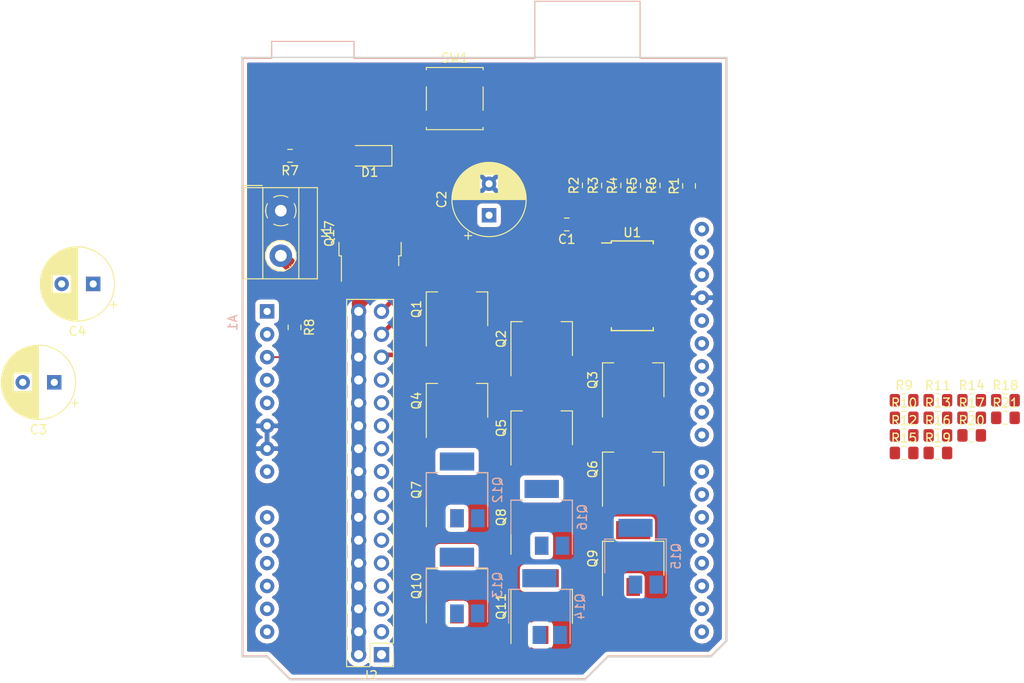
<source format=kicad_pcb>
(kicad_pcb (version 20171130) (host pcbnew 5.0.2-bee76a0~70~ubuntu18.04.1)
  (layers (0 F.Cu signal) (31 B.Cu signal) (34 B.Paste user) (35 F.Paste user) (36 B.SilkS user) (37 F.SilkS user) (38 B.Mask user) (39 F.Mask user) (44 Edge.Cuts user))
  (net 0 "")
  (net 1 /SCL)
  (net 2 /SDA)
  (net 3 "Net-(A1-Pad1)")
  (net 4 "Net-(A1-Pad17)")
  (net 5 "Net-(A1-Pad2)")
  (net 6 "Net-(A1-Pad18)")
  (net 7 "Net-(A1-Pad3)")
  (net 8 "Net-(A1-Pad19)")
  (net 9 "Net-(A1-Pad4)")
  (net 10 "Net-(A1-Pad20)")
  (net 11 "Net-(A1-Pad21)")
  (net 12 "Net-(A1-Pad22)")
  (net 13 "Net-(A1-Pad23)")
  (net 14 "Net-(A1-Pad8)")
  (net 15 "Net-(A1-Pad24)")
  (net 16 "Net-(A1-Pad9)")
  (net 17 "Net-(A1-Pad25)")
  (net 18 "Net-(A1-Pad10)")
  (net 19 "Net-(A1-Pad26)")
  (net 20 "Net-(A1-Pad11)")
  (net 21 "Net-(A1-Pad27)")
  (net 22 "Net-(A1-Pad28)")
  (net 23 "Net-(A1-Pad13)")
  (net 24 "Net-(A1-Pad14)")
  (net 25 "Net-(A1-Pad30)")
  (net 26 "Net-(A1-Pad15)")
  (net 27 "Net-(A1-Pad16)")
  (net 28 /~OE)
  (net 29 GND)
  (net 30 VCC)
  (net 31 "Net-(R1-Pad1)")
  (net 32 "Net-(U1-Pad25)")
  (net 33 PWR_CH15)
  (net 34 PWR_CH14)
  (net 35 PWR_CH13)
  (net 36 PWR_CH12)
  (net 37 PWR_CH11)
  (net 38 PWR_CH10)
  (net 39 PWR_CH9)
  (net 40 PWR_CH8)
  (net 41 PWR_CH7)
  (net 42 PWR_CH6)
  (net 43 PWR_CH5)
  (net 44 PWR_CH4)
  (net 45 PWR_CH0)
  (net 46 PWR_CH1)
  (net 47 PWR_CH2)
  (net 48 PWR_CH3)
  (net 49 28V)
  (net 50 "Net-(D1-Pad2)")
  (net 51 /input_hicurrent)
  (net 52 /PWM15)
  (net 53 /PWM14)
  (net 54 /PWM13)
  (net 55 /PWM12)
  (net 56 /PWM11)
  (net 57 /PWM10)
  (net 58 /PWM9)
  (net 59 /PWM8)
  (net 60 /PWM7)
  (net 61 /PWM6)
  (net 62 /PWM5)
  (net 63 /PWM4)
  (net 64 /PWM0)
  (net 65 /PWM1)
  (net 66 /PWM2)
  (net 67 /PWM3)
  (module Module:Arduino_UNO_R3 (layer B.Cu) (at 77.978 101.346 270)
    (fp_text reference A1 (at 1.27 3.81 90) (layer B.SilkS) (effects (justify mirror)))
    (fp_text value Arduino_UNO_R3)
    (pad 32 thru_hole oval (at -9.14 -48.26 180) (size 1.6 1.6) (drill 0.8) (layers *.Cu *.Mask) (net 1 /SCL))
    (pad 31 thru_hole oval (at -6.6 -48.26 180) (size 1.6 1.6) (drill 0.8) (layers *.Cu *.Mask) (net 2 /SDA))
    (pad 1 thru_hole rect (at 0 0 180) (size 1.6 1.6) (drill 0.8) (layers *.Cu *.Mask) (net 3 "Net-(A1-Pad1)"))
    (pad 17 thru_hole oval (at 30.48 -48.26 180) (size 1.6 1.6) (drill 0.8) (layers *.Cu *.Mask) (net 4 "Net-(A1-Pad17)"))
    (pad 2 thru_hole oval (at 2.54 0 180) (size 1.6 1.6) (drill 0.8) (layers *.Cu *.Mask) (net 5 "Net-(A1-Pad2)"))
    (pad 18 thru_hole oval (at 27.94 -48.26 180) (size 1.6 1.6) (drill 0.8) (layers *.Cu *.Mask) (net 6 "Net-(A1-Pad18)"))
    (pad 3 thru_hole oval (at 5.08 0 180) (size 1.6 1.6) (drill 0.8) (layers *.Cu *.Mask) (net 7 "Net-(A1-Pad3)"))
    (pad 19 thru_hole oval (at 25.4 -48.26 180) (size 1.6 1.6) (drill 0.8) (layers *.Cu *.Mask) (net 8 "Net-(A1-Pad19)"))
    (pad 4 thru_hole oval (at 7.62 0 180) (size 1.6 1.6) (drill 0.8) (layers *.Cu *.Mask) (net 9 "Net-(A1-Pad4)"))
    (pad 20 thru_hole oval (at 22.86 -48.26 180) (size 1.6 1.6) (drill 0.8) (layers *.Cu *.Mask) (net 10 "Net-(A1-Pad20)"))
    (pad 5 thru_hole oval (at 10.16 0 180) (size 1.6 1.6) (drill 0.8) (layers *.Cu *.Mask) (net 30 VCC))
    (pad 21 thru_hole oval (at 20.32 -48.26 180) (size 1.6 1.6) (drill 0.8) (layers *.Cu *.Mask) (net 11 "Net-(A1-Pad21)"))
    (pad 6 thru_hole oval (at 12.7 0 180) (size 1.6 1.6) (drill 0.8) (layers *.Cu *.Mask) (net 29 GND))
    (pad 22 thru_hole oval (at 17.78 -48.26 180) (size 1.6 1.6) (drill 0.8) (layers *.Cu *.Mask) (net 12 "Net-(A1-Pad22)"))
    (pad 7 thru_hole oval (at 15.24 0 180) (size 1.6 1.6) (drill 0.8) (layers *.Cu *.Mask) (net 29 GND))
    (pad 23 thru_hole oval (at 13.72 -48.26 180) (size 1.6 1.6) (drill 0.8) (layers *.Cu *.Mask) (net 13 "Net-(A1-Pad23)"))
    (pad 8 thru_hole oval (at 17.78 0 180) (size 1.6 1.6) (drill 0.8) (layers *.Cu *.Mask) (net 14 "Net-(A1-Pad8)"))
    (pad 24 thru_hole oval (at 11.18 -48.26 180) (size 1.6 1.6) (drill 0.8) (layers *.Cu *.Mask) (net 15 "Net-(A1-Pad24)"))
    (pad 9 thru_hole oval (at 22.86 0 180) (size 1.6 1.6) (drill 0.8) (layers *.Cu *.Mask) (net 16 "Net-(A1-Pad9)"))
    (pad 25 thru_hole oval (at 8.64 -48.26 180) (size 1.6 1.6) (drill 0.8) (layers *.Cu *.Mask) (net 17 "Net-(A1-Pad25)"))
    (pad 10 thru_hole oval (at 25.4 0 180) (size 1.6 1.6) (drill 0.8) (layers *.Cu *.Mask) (net 18 "Net-(A1-Pad10)"))
    (pad 26 thru_hole oval (at 6.1 -48.26 180) (size 1.6 1.6) (drill 0.8) (layers *.Cu *.Mask) (net 19 "Net-(A1-Pad26)"))
    (pad 11 thru_hole oval (at 27.94 0 180) (size 1.6 1.6) (drill 0.8) (layers *.Cu *.Mask) (net 20 "Net-(A1-Pad11)"))
    (pad 27 thru_hole oval (at 3.56 -48.26 180) (size 1.6 1.6) (drill 0.8) (layers *.Cu *.Mask) (net 21 "Net-(A1-Pad27)"))
    (pad 12 thru_hole oval (at 30.48 0 180) (size 1.6 1.6) (drill 0.8) (layers *.Cu *.Mask) (net 28 /~OE))
    (pad 28 thru_hole oval (at 1.02 -48.26 180) (size 1.6 1.6) (drill 0.8) (layers *.Cu *.Mask) (net 22 "Net-(A1-Pad28)"))
    (pad 13 thru_hole oval (at 33.02 0 180) (size 1.6 1.6) (drill 0.8) (layers *.Cu *.Mask) (net 23 "Net-(A1-Pad13)"))
    (pad 29 thru_hole oval (at -1.52 -48.26 180) (size 1.6 1.6) (drill 0.8) (layers *.Cu *.Mask) (net 29 GND))
    (pad 14 thru_hole oval (at 35.56 0 180) (size 1.6 1.6) (drill 0.8) (layers *.Cu *.Mask) (net 24 "Net-(A1-Pad14)"))
    (pad 30 thru_hole oval (at -4.06 -48.26 180) (size 1.6 1.6) (drill 0.8) (layers *.Cu *.Mask) (net 25 "Net-(A1-Pad30)"))
    (pad 15 thru_hole oval (at 35.56 -48.26 180) (size 1.6 1.6) (drill 0.8) (layers *.Cu *.Mask) (net 26 "Net-(A1-Pad15)"))
    (pad 16 thru_hole oval (at 33.02 -48.26 180) (size 1.6 1.6) (drill 0.8) (layers *.Cu *.Mask) (net 27 "Net-(A1-Pad16)"))
  )
  (module Capacitor_SMD:C_0805_2012Metric_Pad1.15x1.40mm_HandSolder (layer F.Cu) (at 111.243 91.694 180)
    (fp_text reference C1 (at 0 -1.65 180) (layer F.SilkS))
    (fp_text value 1u)
    (pad 1 smd roundrect (at -1.025 0 180) (size 1.15 1.4) (layers F.Cu F.Paste F.Mask) (roundrect_rratio 0.217391) (net 30 VCC))
    (pad 2 smd roundrect (at 1.025 0 180) (size 1.15 1.4) (layers F.Cu F.Paste F.Mask) (roundrect_rratio 0.217391) (net 29 GND))
  )
  (module Capacitor_THT:CP_Radial_D8.0mm_P3.50mm (layer F.Cu) (at 102.616 90.678 90)
    (fp_text reference C2 (at 1.75 -5.25 90) (layer F.SilkS))
    (fp_text value 100uF)
    (pad 1 thru_hole rect (at 0 0 90) (size 1.6 1.6) (drill 0.8) (layers *.Cu *.Mask) (net 30 VCC))
    (pad 2 thru_hole circle (at 3.5 0 90) (size 1.6 1.6) (drill 0.8) (layers *.Cu *.Mask) (net 29 GND))
  )
  (module Package_TO_SOT_SMD:SOT-223 (layer F.Cu) (at 99.06 101.092 90)
    (fp_text reference Q1 (at 0 -4.5 90) (layer F.SilkS))
    (fp_text value Q_NMOS_GDSD)
    (pad 1 smd rect (at -3.15 -2.3 90) (size 2 1.5) (layers F.Cu F.Paste F.Mask) (net 52 /PWM15))
    (pad 3 smd rect (at -3.15 2.3 90) (size 2 1.5) (layers F.Cu F.Paste F.Mask) (net 29 GND))
    (pad 2 smd rect (at -3.15 0 90) (size 2 1.5) (layers F.Cu F.Paste F.Mask) (net 33 PWR_CH15))
    (pad 4 smd rect (at 3.15 0 90) (size 2 3.8) (layers F.Cu F.Paste F.Mask) (net 33 PWR_CH15))
  )
  (module Package_TO_SOT_SMD:SOT-223 (layer F.Cu) (at 108.458 104.394 90)
    (fp_text reference Q2 (at 0 -4.5 90) (layer F.SilkS))
    (fp_text value Q_NMOS_GDSD)
    (pad 4 smd rect (at 3.15 0 90) (size 2 3.8) (layers F.Cu F.Paste F.Mask) (net 34 PWR_CH14))
    (pad 2 smd rect (at -3.15 0 90) (size 2 1.5) (layers F.Cu F.Paste F.Mask) (net 34 PWR_CH14))
    (pad 3 smd rect (at -3.15 2.3 90) (size 2 1.5) (layers F.Cu F.Paste F.Mask) (net 29 GND))
    (pad 1 smd rect (at -3.15 -2.3 90) (size 2 1.5) (layers F.Cu F.Paste F.Mask) (net 53 /PWM14))
  )
  (module Package_TO_SOT_SMD:SOT-223 (layer F.Cu) (at 118.618 108.966 90)
    (fp_text reference Q3 (at 0 -4.5 90) (layer F.SilkS))
    (fp_text value Q_NMOS_GDSD)
    (pad 1 smd rect (at -3.15 -2.3 90) (size 2 1.5) (layers F.Cu F.Paste F.Mask) (net 54 /PWM13))
    (pad 3 smd rect (at -3.15 2.3 90) (size 2 1.5) (layers F.Cu F.Paste F.Mask) (net 29 GND))
    (pad 2 smd rect (at -3.15 0 90) (size 2 1.5) (layers F.Cu F.Paste F.Mask) (net 35 PWR_CH13))
    (pad 4 smd rect (at 3.15 0 90) (size 2 3.8) (layers F.Cu F.Paste F.Mask) (net 35 PWR_CH13))
  )
  (module Package_TO_SOT_SMD:SOT-223 (layer F.Cu) (at 99.06 111.252 90)
    (fp_text reference Q4 (at 0 -4.5 90) (layer F.SilkS))
    (fp_text value Q_NMOS_GDSD)
    (pad 4 smd rect (at 3.15 0 90) (size 2 3.8) (layers F.Cu F.Paste F.Mask) (net 36 PWR_CH12))
    (pad 2 smd rect (at -3.15 0 90) (size 2 1.5) (layers F.Cu F.Paste F.Mask) (net 36 PWR_CH12))
    (pad 3 smd rect (at -3.15 2.3 90) (size 2 1.5) (layers F.Cu F.Paste F.Mask) (net 29 GND))
    (pad 1 smd rect (at -3.15 -2.3 90) (size 2 1.5) (layers F.Cu F.Paste F.Mask) (net 55 /PWM12))
  )
  (module Package_TO_SOT_SMD:SOT-223 (layer F.Cu) (at 108.458 114.3 90)
    (fp_text reference Q5 (at 0 -4.5 90) (layer F.SilkS))
    (fp_text value Q_NMOS_GDSD)
    (pad 1 smd rect (at -3.15 -2.3 90) (size 2 1.5) (layers F.Cu F.Paste F.Mask) (net 56 /PWM11))
    (pad 3 smd rect (at -3.15 2.3 90) (size 2 1.5) (layers F.Cu F.Paste F.Mask) (net 29 GND))
    (pad 2 smd rect (at -3.15 0 90) (size 2 1.5) (layers F.Cu F.Paste F.Mask) (net 37 PWR_CH11))
    (pad 4 smd rect (at 3.15 0 90) (size 2 3.8) (layers F.Cu F.Paste F.Mask) (net 37 PWR_CH11))
  )
  (module Package_TO_SOT_SMD:SOT-223 (layer F.Cu) (at 118.618 118.872 90)
    (fp_text reference Q6 (at 0 -4.5 90) (layer F.SilkS))
    (fp_text value Q_NMOS_GDSD)
    (pad 4 smd rect (at 3.15 0 90) (size 2 3.8) (layers F.Cu F.Paste F.Mask) (net 38 PWR_CH10))
    (pad 2 smd rect (at -3.15 0 90) (size 2 1.5) (layers F.Cu F.Paste F.Mask) (net 38 PWR_CH10))
    (pad 3 smd rect (at -3.15 2.3 90) (size 2 1.5) (layers F.Cu F.Paste F.Mask) (net 29 GND))
    (pad 1 smd rect (at -3.15 -2.3 90) (size 2 1.5) (layers F.Cu F.Paste F.Mask) (net 57 /PWM10))
  )
  (module Package_TO_SOT_SMD:SOT-223 (layer F.Cu) (at 99.06 121.158 90)
    (fp_text reference Q7 (at 0 -4.5 90) (layer F.SilkS))
    (fp_text value Q_NMOS_GDSD)
    (pad 1 smd rect (at -3.15 -2.3 90) (size 2 1.5) (layers F.Cu F.Paste F.Mask) (net 58 /PWM9))
    (pad 3 smd rect (at -3.15 2.3 90) (size 2 1.5) (layers F.Cu F.Paste F.Mask) (net 29 GND))
    (pad 2 smd rect (at -3.15 0 90) (size 2 1.5) (layers F.Cu F.Paste F.Mask) (net 39 PWR_CH9))
    (pad 4 smd rect (at 3.15 0 90) (size 2 3.8) (layers F.Cu F.Paste F.Mask) (net 39 PWR_CH9))
  )
  (module Package_TO_SOT_SMD:SOT-223 (layer F.Cu) (at 108.458 124.206 90)
    (fp_text reference Q8 (at 0 -4.5 90) (layer F.SilkS))
    (fp_text value Q_NMOS_GDSD)
    (pad 4 smd rect (at 3.15 0 90) (size 2 3.8) (layers F.Cu F.Paste F.Mask) (net 40 PWR_CH8))
    (pad 2 smd rect (at -3.15 0 90) (size 2 1.5) (layers F.Cu F.Paste F.Mask) (net 40 PWR_CH8))
    (pad 3 smd rect (at -3.15 2.3 90) (size 2 1.5) (layers F.Cu F.Paste F.Mask) (net 29 GND))
    (pad 1 smd rect (at -3.15 -2.3 90) (size 2 1.5) (layers F.Cu F.Paste F.Mask) (net 59 /PWM8))
  )
  (module Package_TO_SOT_SMD:SOT-223 (layer F.Cu) (at 118.618 128.778 90)
    (fp_text reference Q9 (at 0 -4.5 90) (layer F.SilkS))
    (fp_text value Q_NMOS_GDSD)
    (pad 1 smd rect (at -3.15 -2.3 90) (size 2 1.5) (layers F.Cu F.Paste F.Mask) (net 60 /PWM7))
    (pad 3 smd rect (at -3.15 2.3 90) (size 2 1.5) (layers F.Cu F.Paste F.Mask) (net 29 GND))
    (pad 2 smd rect (at -3.15 0 90) (size 2 1.5) (layers F.Cu F.Paste F.Mask) (net 41 PWR_CH7))
    (pad 4 smd rect (at 3.15 0 90) (size 2 3.8) (layers F.Cu F.Paste F.Mask) (net 41 PWR_CH7))
  )
  (module Package_TO_SOT_SMD:SOT-223 (layer F.Cu) (at 99.06 131.826 90)
    (fp_text reference Q10 (at 0 -4.5 90) (layer F.SilkS))
    (fp_text value Q_NMOS_GDSD)
    (pad 4 smd rect (at 3.15 0 90) (size 2 3.8) (layers F.Cu F.Paste F.Mask) (net 42 PWR_CH6))
    (pad 2 smd rect (at -3.15 0 90) (size 2 1.5) (layers F.Cu F.Paste F.Mask) (net 42 PWR_CH6))
    (pad 3 smd rect (at -3.15 2.3 90) (size 2 1.5) (layers F.Cu F.Paste F.Mask) (net 29 GND))
    (pad 1 smd rect (at -3.15 -2.3 90) (size 2 1.5) (layers F.Cu F.Paste F.Mask) (net 61 /PWM6))
  )
  (module Package_TO_SOT_SMD:SOT-223 (layer F.Cu) (at 108.458 134.112 90)
    (fp_text reference Q11 (at 0 -4.5 90) (layer F.SilkS))
    (fp_text value Q_NMOS_GDSD)
    (pad 1 smd rect (at -3.15 -2.3 90) (size 2 1.5) (layers F.Cu F.Paste F.Mask) (net 62 /PWM5))
    (pad 3 smd rect (at -3.15 2.3 90) (size 2 1.5) (layers F.Cu F.Paste F.Mask) (net 29 GND))
    (pad 2 smd rect (at -3.15 0 90) (size 2 1.5) (layers F.Cu F.Paste F.Mask) (net 43 PWR_CH5))
    (pad 4 smd rect (at 3.15 0 90) (size 2 3.8) (layers F.Cu F.Paste F.Mask) (net 43 PWR_CH5))
  )
  (module Package_TO_SOT_SMD:SOT-223 (layer B.Cu) (at 99.06 121.158 90)
    (fp_text reference Q12 (at 0 4.5 90) (layer B.SilkS) (effects (justify mirror)))
    (fp_text value Q_NMOS_GDSD)
    (pad 4 smd rect (at 3.15 0 90) (size 2 3.8) (layers B.Cu B.Paste B.Mask) (net 44 PWR_CH4))
    (pad 2 smd rect (at -3.15 0 90) (size 2 1.5) (layers B.Cu B.Paste B.Mask) (net 44 PWR_CH4))
    (pad 3 smd rect (at -3.15 -2.3 90) (size 2 1.5) (layers B.Cu B.Paste B.Mask) (net 29 GND))
    (pad 1 smd rect (at -3.15 2.3 90) (size 2 1.5) (layers B.Cu B.Paste B.Mask) (net 63 /PWM4))
  )
  (module Package_TO_SOT_SMD:SOT-223 (layer B.Cu) (at 99.046 131.724 90)
    (fp_text reference Q13 (at 0 4.5 90) (layer B.SilkS) (effects (justify mirror)))
    (fp_text value Q_NMOS_GDSD)
    (pad 1 smd rect (at -3.15 2.3 90) (size 2 1.5) (layers B.Cu B.Paste B.Mask) (net 64 /PWM0))
    (pad 3 smd rect (at -3.15 -2.3 90) (size 2 1.5) (layers B.Cu B.Paste B.Mask) (net 29 GND))
    (pad 2 smd rect (at -3.15 0 90) (size 2 1.5) (layers B.Cu B.Paste B.Mask) (net 45 PWR_CH0))
    (pad 4 smd rect (at 3.15 0 90) (size 2 3.8) (layers B.Cu B.Paste B.Mask) (net 45 PWR_CH0))
  )
  (module Package_TO_SOT_SMD:SOT-223 (layer B.Cu) (at 108.204 134.112 90)
    (fp_text reference Q14 (at 0 4.5 90) (layer B.SilkS) (effects (justify mirror)))
    (fp_text value Q_NMOS_GDSD)
    (pad 4 smd rect (at 3.15 0 90) (size 2 3.8) (layers B.Cu B.Paste B.Mask) (net 46 PWR_CH1))
    (pad 2 smd rect (at -3.15 0 90) (size 2 1.5) (layers B.Cu B.Paste B.Mask) (net 46 PWR_CH1))
    (pad 3 smd rect (at -3.15 -2.3 90) (size 2 1.5) (layers B.Cu B.Paste B.Mask) (net 29 GND))
    (pad 1 smd rect (at -3.15 2.3 90) (size 2 1.5) (layers B.Cu B.Paste B.Mask) (net 65 /PWM1))
  )
  (module Package_TO_SOT_SMD:SOT-223 (layer B.Cu) (at 118.872 128.524 90)
    (fp_text reference Q15 (at 0 4.5 90) (layer B.SilkS) (effects (justify mirror)))
    (fp_text value Q_NMOS_GDSD)
    (pad 1 smd rect (at -3.15 2.3 90) (size 2 1.5) (layers B.Cu B.Paste B.Mask) (net 66 /PWM2))
    (pad 3 smd rect (at -3.15 -2.3 90) (size 2 1.5) (layers B.Cu B.Paste B.Mask) (net 29 GND))
    (pad 2 smd rect (at -3.15 0 90) (size 2 1.5) (layers B.Cu B.Paste B.Mask) (net 47 PWR_CH2))
    (pad 4 smd rect (at 3.15 0 90) (size 2 3.8) (layers B.Cu B.Paste B.Mask) (net 47 PWR_CH2))
  )
  (module Package_TO_SOT_SMD:SOT-223 (layer B.Cu) (at 108.458 124.206 90)
    (fp_text reference Q16 (at 0 4.5 90) (layer B.SilkS) (effects (justify mirror)))
    (fp_text value Q_NMOS_GDSD)
    (pad 4 smd rect (at 3.15 0 90) (size 2 3.8) (layers B.Cu B.Paste B.Mask) (net 48 PWR_CH3))
    (pad 2 smd rect (at -3.15 0 90) (size 2 1.5) (layers B.Cu B.Paste B.Mask) (net 48 PWR_CH3))
    (pad 3 smd rect (at -3.15 -2.3 90) (size 2 1.5) (layers B.Cu B.Paste B.Mask) (net 29 GND))
    (pad 1 smd rect (at -3.15 2.3 90) (size 2 1.5) (layers B.Cu B.Paste B.Mask) (net 67 /PWM3))
  )
  (module Resistor_SMD:R_0805_2012Metric_Pad1.15x1.40mm_HandSolder (layer F.Cu) (at 124.8156 87.4178 90)
    (fp_text reference R1 (at 0 -1.65 90) (layer F.SilkS))
    (fp_text value 1K)
    (pad 2 smd roundrect (at 1.025 0 90) (size 1.15 1.4) (layers F.Cu F.Paste F.Mask) (roundrect_rratio 0.217391) (net 30 VCC))
    (pad 1 smd roundrect (at -1.025 0 90) (size 1.15 1.4) (layers F.Cu F.Paste F.Mask) (roundrect_rratio 0.217391) (net 31 "Net-(R1-Pad1)"))
  )
  (module Resistor_SMD:R_0805_2012Metric_Pad1.15x1.40mm_HandSolder (layer F.Cu) (at 113.6904 87.367 90)
    (fp_text reference R2 (at 0 -1.65 90) (layer F.SilkS))
    (fp_text value 10k)
    (pad 1 smd roundrect (at -1.025 0 90) (size 1.15 1.4) (layers F.Cu F.Paste F.Mask) (roundrect_rratio 0.217391) (net 30 VCC))
    (pad 2 smd roundrect (at 1.025 0 90) (size 1.15 1.4) (layers F.Cu F.Paste F.Mask) (roundrect_rratio 0.217391) (net 2 /SDA))
  )
  (module Resistor_SMD:R_0805_2012Metric_Pad1.15x1.40mm_HandSolder (layer F.Cu) (at 115.824 87.367 90)
    (fp_text reference R3 (at 0 -1.65 90) (layer F.SilkS))
    (fp_text value 10k)
    (pad 2 smd roundrect (at 1.025 0 90) (size 1.15 1.4) (layers F.Cu F.Paste F.Mask) (roundrect_rratio 0.217391) (net 1 /SCL))
    (pad 1 smd roundrect (at -1.025 0 90) (size 1.15 1.4) (layers F.Cu F.Paste F.Mask) (roundrect_rratio 0.217391) (net 30 VCC))
  )
  (module Resistor_SMD:R_0805_2012Metric_Pad1.15x1.40mm_HandSolder (layer F.Cu) (at 117.9576 87.367 90)
    (fp_text reference R4 (at 0 -1.65 90) (layer F.SilkS))
    (fp_text value 10k)
    (pad 1 smd roundrect (at -1.025 0 90) (size 1.15 1.4) (layers F.Cu F.Paste F.Mask) (roundrect_rratio 0.217391) (net 64 /PWM0))
    (pad 2 smd roundrect (at 1.025 0 90) (size 1.15 1.4) (layers F.Cu F.Paste F.Mask) (roundrect_rratio 0.217391) (net 29 GND))
  )
  (module Resistor_SMD:R_0805_2012Metric_Pad1.15x1.40mm_HandSolder (layer F.Cu) (at 120.142 87.376 90)
    (fp_text reference R5 (at 0 -1.65 90) (layer F.SilkS))
    (fp_text value 10k)
    (pad 2 smd roundrect (at 1.025 0 90) (size 1.15 1.4) (layers F.Cu F.Paste F.Mask) (roundrect_rratio 0.217391) (net 29 GND))
    (pad 1 smd roundrect (at -1.025 0 90) (size 1.15 1.4) (layers F.Cu F.Paste F.Mask) (roundrect_rratio 0.217391) (net 65 /PWM1))
  )
  (module Resistor_SMD:R_0805_2012Metric_Pad1.15x1.40mm_HandSolder (layer F.Cu) (at 122.301 87.367 90)
    (fp_text reference R6 (at 0 -1.65 90) (layer F.SilkS))
    (fp_text value 10k)
    (pad 1 smd roundrect (at -1.025 0 90) (size 1.15 1.4) (layers F.Cu F.Paste F.Mask) (roundrect_rratio 0.217391) (net 66 /PWM2))
    (pad 2 smd roundrect (at 1.025 0 90) (size 1.15 1.4) (layers F.Cu F.Paste F.Mask) (roundrect_rratio 0.217391) (net 29 GND))
  )
  (module Package_SO:TSSOP-28_4.4x9.7mm_P0.65mm (layer F.Cu) (at 118.5164 98.5012)
    (fp_text reference U1 (at 0 -5.9) (layer F.SilkS))
    (fp_text value PCA9685PW)
    (pad 1 smd rect (at -2.85 -4.225) (size 1.1 0.4) (layers F.Cu F.Paste F.Mask) (net 31 "Net-(R1-Pad1)"))
    (pad 2 smd rect (at -2.85 -3.575) (size 1.1 0.4) (layers F.Cu F.Paste F.Mask) (net 31 "Net-(R1-Pad1)"))
    (pad 3 smd rect (at -2.85 -2.925) (size 1.1 0.4) (layers F.Cu F.Paste F.Mask) (net 31 "Net-(R1-Pad1)"))
    (pad 4 smd rect (at -2.85 -2.275) (size 1.1 0.4) (layers F.Cu F.Paste F.Mask) (net 31 "Net-(R1-Pad1)"))
    (pad 5 smd rect (at -2.85 -1.625) (size 1.1 0.4) (layers F.Cu F.Paste F.Mask) (net 31 "Net-(R1-Pad1)"))
    (pad 6 smd rect (at -2.85 -0.975) (size 1.1 0.4) (layers F.Cu F.Paste F.Mask) (net 64 /PWM0))
    (pad 7 smd rect (at -2.85 -0.325) (size 1.1 0.4) (layers F.Cu F.Paste F.Mask) (net 65 /PWM1))
    (pad 8 smd rect (at -2.85 0.325) (size 1.1 0.4) (layers F.Cu F.Paste F.Mask) (net 66 /PWM2))
    (pad 9 smd rect (at -2.85 0.975) (size 1.1 0.4) (layers F.Cu F.Paste F.Mask) (net 67 /PWM3))
    (pad 10 smd rect (at -2.85 1.625) (size 1.1 0.4) (layers F.Cu F.Paste F.Mask) (net 63 /PWM4))
    (pad 11 smd rect (at -2.85 2.275) (size 1.1 0.4) (layers F.Cu F.Paste F.Mask) (net 62 /PWM5))
    (pad 12 smd rect (at -2.85 2.925) (size 1.1 0.4) (layers F.Cu F.Paste F.Mask) (net 61 /PWM6))
    (pad 13 smd rect (at -2.85 3.575) (size 1.1 0.4) (layers F.Cu F.Paste F.Mask) (net 60 /PWM7))
    (pad 14 smd rect (at -2.85 4.225) (size 1.1 0.4) (layers F.Cu F.Paste F.Mask) (net 29 GND))
    (pad 15 smd rect (at 2.85 4.225) (size 1.1 0.4) (layers F.Cu F.Paste F.Mask) (net 59 /PWM8))
    (pad 16 smd rect (at 2.85 3.575) (size 1.1 0.4) (layers F.Cu F.Paste F.Mask) (net 58 /PWM9))
    (pad 17 smd rect (at 2.85 2.925) (size 1.1 0.4) (layers F.Cu F.Paste F.Mask) (net 57 /PWM10))
    (pad 18 smd rect (at 2.85 2.275) (size 1.1 0.4) (layers F.Cu F.Paste F.Mask) (net 56 /PWM11))
    (pad 19 smd rect (at 2.85 1.625) (size 1.1 0.4) (layers F.Cu F.Paste F.Mask) (net 55 /PWM12))
    (pad 20 smd rect (at 2.85 0.975) (size 1.1 0.4) (layers F.Cu F.Paste F.Mask) (net 54 /PWM13))
    (pad 21 smd rect (at 2.85 0.325) (size 1.1 0.4) (layers F.Cu F.Paste F.Mask) (net 53 /PWM14))
    (pad 22 smd rect (at 2.85 -0.325) (size 1.1 0.4) (layers F.Cu F.Paste F.Mask) (net 52 /PWM15))
    (pad 23 smd rect (at 2.85 -0.975) (size 1.1 0.4) (layers F.Cu F.Paste F.Mask) (net 28 /~OE))
    (pad 24 smd rect (at 2.85 -1.625) (size 1.1 0.4) (layers F.Cu F.Paste F.Mask) (net 31 "Net-(R1-Pad1)"))
    (pad 25 smd rect (at 2.85 -2.275) (size 1.1 0.4) (layers F.Cu F.Paste F.Mask) (net 32 "Net-(U1-Pad25)"))
    (pad 26 smd rect (at 2.85 -2.925) (size 1.1 0.4) (layers F.Cu F.Paste F.Mask) (net 1 /SCL))
    (pad 27 smd rect (at 2.85 -3.575) (size 1.1 0.4) (layers F.Cu F.Paste F.Mask) (net 2 /SDA))
    (pad 28 smd rect (at 2.85 -4.225) (size 1.1 0.4) (layers F.Cu F.Paste F.Mask) (net 30 VCC))
  )
  (module Capacitor_THT:CP_Radial_D8.0mm_P3.50mm (layer F.Cu) (at 54.356 109.22 180)
    (fp_text reference C3 (at 1.75 -5.25 180) (layer F.SilkS))
    (fp_text value CP)
    (pad 1 thru_hole rect (at 0 0 180) (size 1.6 1.6) (drill 0.8) (layers *.Cu *.Mask) (net 49 28V))
    (pad 2 thru_hole circle (at 3.5 0 180) (size 1.6 1.6) (drill 0.8) (layers *.Cu *.Mask) (net 29 GND))
  )
  (module Capacitor_THT:CP_Radial_D8.0mm_P3.50mm (layer F.Cu) (at 58.674 98.298 180)
    (fp_text reference C4 (at 1.75 -5.25 180) (layer F.SilkS))
    (fp_text value C)
    (pad 2 thru_hole circle (at 3.5 0 180) (size 1.6 1.6) (drill 0.8) (layers *.Cu *.Mask) (net 29 GND))
    (pad 1 thru_hole rect (at 0 0 180) (size 1.6 1.6) (drill 0.8) (layers *.Cu *.Mask) (net 49 28V))
  )
  (module Diode_SMD:D_1206_3216Metric_Pad1.42x1.75mm_HandSolder (layer F.Cu) (at 89.3715 84.074 180)
    (fp_text reference D1 (at 0 -1.82 180) (layer F.SilkS))
    (fp_text value "Zener 10V")
    (pad 1 smd roundrect (at -1.4875 0 180) (size 1.425 1.75) (layers F.Cu F.Paste F.Mask) (roundrect_rratio 0.175439) (net 49 28V))
    (pad 2 smd roundrect (at 1.4875 0 180) (size 1.425 1.75) (layers F.Cu F.Paste F.Mask) (roundrect_rratio 0.175439) (net 50 "Net-(D1-Pad2)"))
  )
  (module TerminalBlock_MetzConnect:TerminalBlock_MetzConnect_Type055_RT01502HDWU_1x02_P5.00mm_Horizontal (layer F.Cu) (at 79.502 90.17 270)
    (fp_text reference J1 (at 2.5 -5.06 270) (layer F.SilkS))
    (fp_text value Screw_Terminal_01x02)
    (pad 1 thru_hole rect (at 0 0 270) (size 2.5 2.5) (drill 1.3) (layers *.Cu *.Mask) (net 29 GND))
    (pad 2 thru_hole circle (at 5 0 270) (size 2.5 2.5) (drill 1.3) (layers *.Cu *.Mask) (net 51 /input_hicurrent))
  )
  (module Package_TO_SOT_SMD:TO-252-2 (layer F.Cu) (at 89.408 92.71 90)
    (fp_text reference Q17 (at 0 -4.5 90) (layer F.SilkS))
    (fp_text value "AOD417 Q_PMOS_DGS")
    (pad 1 smd rect (at -4.2 -2.28 90) (size 2.2 1.2) (layers F.Cu F.Paste F.Mask) (net 51 /input_hicurrent))
    (pad 3 smd rect (at -4.2 2.28 90) (size 2.2 1.2) (layers F.Cu F.Paste F.Mask) (net 49 28V))
    (pad 2 smd rect (at 2.1 0 90) (size 6.4 5.8) (layers F.Cu F.Mask) (net 50 "Net-(D1-Pad2)"))
  )
  (module Resistor_SMD:R_0805_2012Metric_Pad1.15x1.40mm_HandSolder (layer F.Cu) (at 80.527 84.074 180)
    (fp_text reference R7 (at 0 -1.65 180) (layer F.SilkS))
    (fp_text value 10K)
    (pad 2 smd roundrect (at 1.025 0 180) (size 1.15 1.4) (layers F.Cu F.Paste F.Mask) (roundrect_rratio 0.217391) (net 29 GND))
    (pad 1 smd roundrect (at -1.025 0 180) (size 1.15 1.4) (layers F.Cu F.Paste F.Mask) (roundrect_rratio 0.217391) (net 50 "Net-(D1-Pad2)"))
  )
  (module Resistor_SMD:R_0805_2012Metric_Pad1.15x1.40mm_HandSolder (layer F.Cu) (at 81.026 103.115 270)
    (fp_text reference R8 (at 0 -1.65 270) (layer F.SilkS))
    (fp_text value 1K)
    (pad 1 smd roundrect (at -1.025 0 270) (size 1.15 1.4) (layers F.Cu F.Paste F.Mask) (roundrect_rratio 0.217391) (net 30 VCC))
    (pad 2 smd roundrect (at 1.025 0 270) (size 1.15 1.4) (layers F.Cu F.Paste F.Mask) (roundrect_rratio 0.217391) (net 7 "Net-(A1-Pad3)"))
  )
  (module Button_Switch_SMD:SW_SPST_B3S-1000 (layer F.Cu) (at 98.806 77.724)
    (fp_text reference SW1 (at 0 -4.5) (layer F.SilkS))
    (fp_text value SW_Push)
    (pad 1 smd rect (at -3.975 -2.25) (size 1.55 1.3) (layers F.Cu F.Paste F.Mask) (net 7 "Net-(A1-Pad3)"))
    (pad 1 smd rect (at 3.975 -2.25) (size 1.55 1.3) (layers F.Cu F.Paste F.Mask) (net 7 "Net-(A1-Pad3)"))
    (pad 2 smd rect (at -3.975 2.25) (size 1.55 1.3) (layers F.Cu F.Paste F.Mask) (net 29 GND))
    (pad 2 smd rect (at 3.975 2.25) (size 1.55 1.3) (layers F.Cu F.Paste F.Mask) (net 29 GND))
  )
  (module Connector_PinHeader_2.54mm:PinHeader_2x16_P2.54mm_Vertical (layer F.Cu) (at 90.678 139.446 180)
    (fp_text reference J2 (at 1.27 -2.33 180) (layer F.SilkS))
    (fp_text value Conn_02x16_Odd_Even)
    (pad 1 thru_hole rect (at 0 0 180) (size 1.7 1.7) (drill 1) (layers *.Cu *.Mask) (net 45 PWR_CH0))
    (pad 2 thru_hole oval (at 2.54 0 180) (size 1.7 1.7) (drill 1) (layers *.Cu *.Mask) (net 49 28V))
    (pad 3 thru_hole oval (at 0 2.54 180) (size 1.7 1.7) (drill 1) (layers *.Cu *.Mask) (net 46 PWR_CH1))
    (pad 4 thru_hole oval (at 2.54 2.54 180) (size 1.7 1.7) (drill 1) (layers *.Cu *.Mask) (net 49 28V))
    (pad 5 thru_hole oval (at 0 5.08 180) (size 1.7 1.7) (drill 1) (layers *.Cu *.Mask) (net 47 PWR_CH2))
    (pad 6 thru_hole oval (at 2.54 5.08 180) (size 1.7 1.7) (drill 1) (layers *.Cu *.Mask) (net 49 28V))
    (pad 7 thru_hole oval (at 0 7.62 180) (size 1.7 1.7) (drill 1) (layers *.Cu *.Mask) (net 48 PWR_CH3))
    (pad 8 thru_hole oval (at 2.54 7.62 180) (size 1.7 1.7) (drill 1) (layers *.Cu *.Mask) (net 49 28V))
    (pad 9 thru_hole oval (at 0 10.16 180) (size 1.7 1.7) (drill 1) (layers *.Cu *.Mask) (net 44 PWR_CH4))
    (pad 10 thru_hole oval (at 2.54 10.16 180) (size 1.7 1.7) (drill 1) (layers *.Cu *.Mask) (net 49 28V))
    (pad 11 thru_hole oval (at 0 12.7 180) (size 1.7 1.7) (drill 1) (layers *.Cu *.Mask) (net 43 PWR_CH5))
    (pad 12 thru_hole oval (at 2.54 12.7 180) (size 1.7 1.7) (drill 1) (layers *.Cu *.Mask) (net 49 28V))
    (pad 13 thru_hole oval (at 0 15.24 180) (size 1.7 1.7) (drill 1) (layers *.Cu *.Mask) (net 42 PWR_CH6))
    (pad 14 thru_hole oval (at 2.54 15.24 180) (size 1.7 1.7) (drill 1) (layers *.Cu *.Mask) (net 49 28V))
    (pad 15 thru_hole oval (at 0 17.78 180) (size 1.7 1.7) (drill 1) (layers *.Cu *.Mask) (net 41 PWR_CH7))
    (pad 16 thru_hole oval (at 2.54 17.78 180) (size 1.7 1.7) (drill 1) (layers *.Cu *.Mask) (net 49 28V))
    (pad 17 thru_hole oval (at 0 20.32 180) (size 1.7 1.7) (drill 1) (layers *.Cu *.Mask) (net 40 PWR_CH8))
    (pad 18 thru_hole oval (at 2.54 20.32 180) (size 1.7 1.7) (drill 1) (layers *.Cu *.Mask) (net 49 28V))
    (pad 19 thru_hole oval (at 0 22.86 180) (size 1.7 1.7) (drill 1) (layers *.Cu *.Mask) (net 39 PWR_CH9))
    (pad 20 thru_hole oval (at 2.54 22.86 180) (size 1.7 1.7) (drill 1) (layers *.Cu *.Mask) (net 49 28V))
    (pad 21 thru_hole oval (at 0 25.4 180) (size 1.7 1.7) (drill 1) (layers *.Cu *.Mask) (net 38 PWR_CH10))
    (pad 22 thru_hole oval (at 2.54 25.4 180) (size 1.7 1.7) (drill 1) (layers *.Cu *.Mask) (net 49 28V))
    (pad 23 thru_hole oval (at 0 27.94 180) (size 1.7 1.7) (drill 1) (layers *.Cu *.Mask) (net 37 PWR_CH11))
    (pad 24 thru_hole oval (at 2.54 27.94 180) (size 1.7 1.7) (drill 1) (layers *.Cu *.Mask) (net 49 28V))
    (pad 25 thru_hole oval (at 0 30.48 180) (size 1.7 1.7) (drill 1) (layers *.Cu *.Mask) (net 36 PWR_CH12))
    (pad 26 thru_hole oval (at 2.54 30.48 180) (size 1.7 1.7) (drill 1) (layers *.Cu *.Mask) (net 49 28V))
    (pad 27 thru_hole oval (at 0 33.02 180) (size 1.7 1.7) (drill 1) (layers *.Cu *.Mask) (net 35 PWR_CH13))
    (pad 28 thru_hole oval (at 2.54 33.02 180) (size 1.7 1.7) (drill 1) (layers *.Cu *.Mask) (net 49 28V))
    (pad 29 thru_hole oval (at 0 35.56 180) (size 1.7 1.7) (drill 1) (layers *.Cu *.Mask) (net 34 PWR_CH14))
    (pad 30 thru_hole oval (at 2.54 35.56 180) (size 1.7 1.7) (drill 1) (layers *.Cu *.Mask) (net 49 28V))
    (pad 31 thru_hole oval (at 0 38.1 180) (size 1.7 1.7) (drill 1) (layers *.Cu *.Mask) (net 33 PWR_CH15))
    (pad 32 thru_hole oval (at 2.54 38.1 180) (size 1.7 1.7) (drill 1) (layers *.Cu *.Mask) (net 49 28V))
  )
  (module Resistor_SMD:R_0805_2012Metric_Pad1.15x1.40mm_HandSolder (layer F.Cu) (at 148.687001 111.211001)
    (fp_text reference R9 (at 0 -1.65) (layer F.SilkS))
    (fp_text value 10k)
    (pad 2 smd roundrect (at 1.025 0) (size 1.15 1.4) (layers F.Cu F.Paste F.Mask) (roundrect_rratio 0.217391) (net 29 GND))
    (pad 1 smd roundrect (at -1.025 0) (size 1.15 1.4) (layers F.Cu F.Paste F.Mask) (roundrect_rratio 0.217391) (net 67 /PWM3))
  )
  (module Resistor_SMD:R_0805_2012Metric_Pad1.15x1.40mm_HandSolder (layer F.Cu) (at 148.687001 113.161001)
    (fp_text reference R10 (at 0 -1.65) (layer F.SilkS))
    (fp_text value 10k)
    (pad 1 smd roundrect (at -1.025 0) (size 1.15 1.4) (layers F.Cu F.Paste F.Mask) (roundrect_rratio 0.217391) (net 63 /PWM4))
    (pad 2 smd roundrect (at 1.025 0) (size 1.15 1.4) (layers F.Cu F.Paste F.Mask) (roundrect_rratio 0.217391) (net 29 GND))
  )
  (module Resistor_SMD:R_0805_2012Metric_Pad1.15x1.40mm_HandSolder (layer F.Cu) (at 152.437001 111.211001)
    (fp_text reference R11 (at 0 -1.65) (layer F.SilkS))
    (fp_text value 10k)
    (pad 2 smd roundrect (at 1.025 0) (size 1.15 1.4) (layers F.Cu F.Paste F.Mask) (roundrect_rratio 0.217391) (net 29 GND))
    (pad 1 smd roundrect (at -1.025 0) (size 1.15 1.4) (layers F.Cu F.Paste F.Mask) (roundrect_rratio 0.217391) (net 62 /PWM5))
  )
  (module Resistor_SMD:R_0805_2012Metric_Pad1.15x1.40mm_HandSolder (layer F.Cu) (at 148.687001 115.111001)
    (fp_text reference R12 (at 0 -1.65) (layer F.SilkS))
    (fp_text value 10k)
    (pad 1 smd roundrect (at -1.025 0) (size 1.15 1.4) (layers F.Cu F.Paste F.Mask) (roundrect_rratio 0.217391) (net 61 /PWM6))
    (pad 2 smd roundrect (at 1.025 0) (size 1.15 1.4) (layers F.Cu F.Paste F.Mask) (roundrect_rratio 0.217391) (net 29 GND))
  )
  (module Resistor_SMD:R_0805_2012Metric_Pad1.15x1.40mm_HandSolder (layer F.Cu) (at 152.437001 113.161001)
    (fp_text reference R13 (at 0 -1.65) (layer F.SilkS))
    (fp_text value 10k)
    (pad 1 smd roundrect (at -1.025 0) (size 1.15 1.4) (layers F.Cu F.Paste F.Mask) (roundrect_rratio 0.217391) (net 60 /PWM7))
    (pad 2 smd roundrect (at 1.025 0) (size 1.15 1.4) (layers F.Cu F.Paste F.Mask) (roundrect_rratio 0.217391) (net 29 GND))
  )
  (module Resistor_SMD:R_0805_2012Metric_Pad1.15x1.40mm_HandSolder (layer F.Cu) (at 156.187001 111.211001)
    (fp_text reference R14 (at 0 -1.65) (layer F.SilkS))
    (fp_text value 10k)
    (pad 1 smd roundrect (at -1.025 0) (size 1.15 1.4) (layers F.Cu F.Paste F.Mask) (roundrect_rratio 0.217391) (net 52 /PWM15))
    (pad 2 smd roundrect (at 1.025 0) (size 1.15 1.4) (layers F.Cu F.Paste F.Mask) (roundrect_rratio 0.217391) (net 29 GND))
  )
  (module Resistor_SMD:R_0805_2012Metric_Pad1.15x1.40mm_HandSolder (layer F.Cu) (at 148.687001 117.061001)
    (fp_text reference R15 (at 0 -1.65) (layer F.SilkS))
    (fp_text value 10k)
    (pad 2 smd roundrect (at 1.025 0) (size 1.15 1.4) (layers F.Cu F.Paste F.Mask) (roundrect_rratio 0.217391) (net 29 GND))
    (pad 1 smd roundrect (at -1.025 0) (size 1.15 1.4) (layers F.Cu F.Paste F.Mask) (roundrect_rratio 0.217391) (net 53 /PWM14))
  )
  (module Resistor_SMD:R_0805_2012Metric_Pad1.15x1.40mm_HandSolder (layer F.Cu) (at 152.437001 115.111001)
    (fp_text reference R16 (at 0 -1.65) (layer F.SilkS))
    (fp_text value 10k)
    (pad 1 smd roundrect (at -1.025 0) (size 1.15 1.4) (layers F.Cu F.Paste F.Mask) (roundrect_rratio 0.217391) (net 54 /PWM13))
    (pad 2 smd roundrect (at 1.025 0) (size 1.15 1.4) (layers F.Cu F.Paste F.Mask) (roundrect_rratio 0.217391) (net 29 GND))
  )
  (module Resistor_SMD:R_0805_2012Metric_Pad1.15x1.40mm_HandSolder (layer F.Cu) (at 156.187001 113.161001)
    (fp_text reference R17 (at 0 -1.65) (layer F.SilkS))
    (fp_text value 10k)
    (pad 2 smd roundrect (at 1.025 0) (size 1.15 1.4) (layers F.Cu F.Paste F.Mask) (roundrect_rratio 0.217391) (net 29 GND))
    (pad 1 smd roundrect (at -1.025 0) (size 1.15 1.4) (layers F.Cu F.Paste F.Mask) (roundrect_rratio 0.217391) (net 55 /PWM12))
  )
  (module Resistor_SMD:R_0805_2012Metric_Pad1.15x1.40mm_HandSolder (layer F.Cu) (at 159.937001 111.211001)
    (fp_text reference R18 (at 0 -1.65) (layer F.SilkS))
    (fp_text value 10k)
    (pad 1 smd roundrect (at -1.025 0) (size 1.15 1.4) (layers F.Cu F.Paste F.Mask) (roundrect_rratio 0.217391) (net 56 /PWM11))
    (pad 2 smd roundrect (at 1.025 0) (size 1.15 1.4) (layers F.Cu F.Paste F.Mask) (roundrect_rratio 0.217391) (net 29 GND))
  )
  (module Resistor_SMD:R_0805_2012Metric_Pad1.15x1.40mm_HandSolder (layer F.Cu) (at 152.437001 117.061001)
    (fp_text reference R19 (at 0 -1.65) (layer F.SilkS))
    (fp_text value 10k)
    (pad 2 smd roundrect (at 1.025 0) (size 1.15 1.4) (layers F.Cu F.Paste F.Mask) (roundrect_rratio 0.217391) (net 29 GND))
    (pad 1 smd roundrect (at -1.025 0) (size 1.15 1.4) (layers F.Cu F.Paste F.Mask) (roundrect_rratio 0.217391) (net 57 /PWM10))
  )
  (module Resistor_SMD:R_0805_2012Metric_Pad1.15x1.40mm_HandSolder (layer F.Cu) (at 156.187001 115.111001)
    (fp_text reference R20 (at 0 -1.65) (layer F.SilkS))
    (fp_text value 10k)
    (pad 1 smd roundrect (at -1.025 0) (size 1.15 1.4) (layers F.Cu F.Paste F.Mask) (roundrect_rratio 0.217391) (net 58 /PWM9))
    (pad 2 smd roundrect (at 1.025 0) (size 1.15 1.4) (layers F.Cu F.Paste F.Mask) (roundrect_rratio 0.217391) (net 29 GND))
  )
  (module Resistor_SMD:R_0805_2012Metric_Pad1.15x1.40mm_HandSolder (layer F.Cu) (at 159.937001 113.161001)
    (fp_text reference R21 (at 0 -1.65) (layer F.SilkS))
    (fp_text value 10k)
    (pad 2 smd roundrect (at 1.025 0) (size 1.15 1.4) (layers F.Cu F.Paste F.Mask) (roundrect_rratio 0.217391) (net 29 GND))
    (pad 1 smd roundrect (at -1.025 0) (size 1.15 1.4) (layers F.Cu F.Paste F.Mask) (roundrect_rratio 0.217391) (net 59 /PWM8))
  )
  (gr_line (start 75.184 139.7) (end 75.184 73.152) (layer Edge.Cuts) (width 0.15))
  (gr_line (start 77.978 139.7) (end 75.184 139.7) (layer Edge.Cuts) (width 0.15))
  (gr_line (start 80.518 142.24) (end 77.978 139.7) (layer Edge.Cuts) (width 0.15))
  (gr_line (start 113.284 142.24) (end 80.518 142.24) (layer Edge.Cuts) (width 0.15))
  (gr_line (start 115.824 139.7) (end 113.284 142.24) (layer Edge.Cuts) (width 0.15))
  (gr_line (start 127.254 139.7) (end 115.824 139.7) (layer Edge.Cuts) (width 0.15))
  (gr_line (start 129.032 137.922) (end 127.254 139.7) (layer Edge.Cuts) (width 0.15))
  (gr_line (start 129.032 73.152) (end 129.032 137.922) (layer Edge.Cuts) (width 0.15))
  (gr_line (start 75.184 73.152) (end 129.032 73.152) (layer Edge.Cuts) (width 0.15))
  (segment (start 79.756 106.426) (end 77.978 106.426) (width 0.2032) (layer F.Cu) (net 7))
  (segment (start 81.026 104.14) (end 81.026 105.156) (width 0.2032) (layer F.Cu) (net 7))
  (segment (start 81.026 105.156) (end 79.756 106.426) (width 0.2032) (layer F.Cu) (net 7))
  (segment (start 94.082 97.942) (end 90.678 101.346) (width 0.508) (layer F.Cu) (net 33))
  (segment (start 99.06 97.942) (end 94.082 97.942) (width 0.508) (layer F.Cu) (net 33))
  (segment (start 93.32 101.244) (end 90.678 103.886) (width 0.508) (layer F.Cu) (net 34))
  (segment (start 108.458 101.244) (end 93.32 101.244) (width 0.508) (layer F.Cu) (net 34))
  (segment (start 118.262 106.172) (end 118.618 105.816) (width 0.508) (layer F.Cu) (net 35))
  (segment (start 90.678 106.426) (end 90.932 106.172) (width 0.508) (layer F.Cu) (net 35))
  (segment (start 90.932 106.172) (end 104.648 106.172) (width 0.508) (layer F.Cu) (net 35))
  (segment (start 104.648 106.172) (end 105.41 105.41) (width 0.508) (layer F.Cu) (net 35))
  (segment (start 105.41 105.41) (end 111.76 105.41) (width 0.508) (layer F.Cu) (net 35))
  (segment (start 111.76 105.41) (end 112.522 106.172) (width 0.508) (layer F.Cu) (net 35))
  (segment (start 112.522 106.172) (end 118.262 106.172) (width 0.508) (layer F.Cu) (net 35))
  (segment (start 88.138 108.966) (end 88.138 139.446) (width 1.5) (layer F.Cu) (net 49))
  (segment (start 88.138 106.426) (end 88.138 108.966) (width 1.5) (layer F.Cu) (net 49))
  (segment (start 92.202 84.074) (end 90.859 84.074) (width 1.5) (layer F.Cu) (net 49))
  (segment (start 94.234 86.106) (end 92.202 84.074) (width 1.5) (layer F.Cu) (net 49))
  (segment (start 94.234 95.758) (end 94.234 86.106) (width 1.5) (layer F.Cu) (net 49))
  (segment (start 91.688 96.91) (end 93.082 96.91) (width 1.5) (layer F.Cu) (net 49))
  (segment (start 93.082 96.91) (end 94.234 95.758) (width 1.5) (layer F.Cu) (net 49))
  (segment (start 88.138 139.446) (end 88.138 136.906) (width 1.5) (layer B.Cu) (net 49))
  (segment (start 88.138 136.906) (end 88.138 134.366) (width 1.5) (layer B.Cu) (net 49))
  (segment (start 88.138 134.366) (end 88.138 131.826) (width 1.5) (layer B.Cu) (net 49))
  (segment (start 88.138 131.826) (end 88.138 129.286) (width 1.5) (layer B.Cu) (net 49))
  (segment (start 88.138 129.286) (end 88.138 126.746) (width 1.5) (layer B.Cu) (net 49))
  (segment (start 88.138 124.206) (end 88.138 126.746) (width 1.5) (layer B.Cu) (net 49))
  (segment (start 88.138 124.206) (end 88.138 121.666) (width 1.5) (layer B.Cu) (net 49))
  (segment (start 88.138 121.666) (end 88.138 119.126) (width 1.5) (layer B.Cu) (net 49))
  (segment (start 88.138 119.126) (end 88.138 116.586) (width 1.5) (layer B.Cu) (net 49))
  (segment (start 88.138 116.586) (end 88.138 101.346) (width 1.5) (layer B.Cu) (net 49))
  (segment (start 88.138 101.346) (end 88.138 106.426) (width 1.5) (layer F.Cu) (net 49))
  (segment (start 88.138 101.346) (end 88.138 100.46) (width 1.5) (layer F.Cu) (net 49))
  (segment (start 88.138 100.46) (end 90.046 98.552) (width 1.5) (layer F.Cu) (net 49))
  (segment (start 90.046 98.552) (end 91.688 96.91) (width 1.5) (layer F.Cu) (net 49))
  (segment (start 89.408 85.598) (end 87.884 84.074) (width 0.2032) (layer F.Cu) (net 50))
  (segment (start 89.408 90.61) (end 89.408 85.598) (width 0.2032) (layer F.Cu) (net 50))
  (segment (start 87.884 84.074) (end 81.552 84.074) (width 0.2032) (layer F.Cu) (net 50))
  (segment (start 81.242 96.91) (end 79.502 95.17) (width 1.5) (layer F.Cu) (net 51))
  (segment (start 87.128 96.91) (end 81.242 96.91) (width 1.5) (layer F.Cu) (net 51))
  (zone (net 0) (net_name "") (layer F.Cu) (connect_pads (clearance 0.508)) (min_thickness 0.254) (fill yes (arc_segments 16) (thermal_gap 0.508) (thermal_bridge_width 0.508))
    (polygon (pts (xy 89.154 100.076) (xy 90.424 99.314) (xy 92.964 98.298) (xy 92.964 95.504) (xy 90.424 95.504) (xy 87.376 99.06) (xy 86.36 99.822) (xy 86.36 141.224) (xy 89.154 141.224)))
  )
  (zone (net 29) (net_name GND) (layer B.Cu) (connect_pads (clearance 0.508)) (min_thickness 0.254) (fill yes (arc_segments 16) (thermal_gap 0.508) (thermal_bridge_width 0.508))
    (polygon (pts (xy 75.184 73.152) (xy 129.032 73.152) (xy 129.032 137.922) (xy 127.254 139.7) (xy 115.824 139.7) (xy 113.284 142.24) (xy 80.518 142.24) (xy 77.978 139.7) (xy 75.184 139.7) (xy 75.184 73.66)))
  )
  (zone (net 29) (net_name GND) (layer F.Cu) (connect_pads (clearance 0.508)) (min_thickness 0.254) (fill yes (arc_segments 16) (thermal_gap 0.508) (thermal_bridge_width 0.508))
    (polygon (pts (xy 75.184 73.152) (xy 129.032 73.152) (xy 129.032 137.922) (xy 127.254 139.7) (xy 115.824 139.7) (xy 113.284 142.24) (xy 80.518 142.24) (xy 77.978 139.7) (xy 75.184 139.7) (xy 75.184 73.66)))
  )
)
</source>
